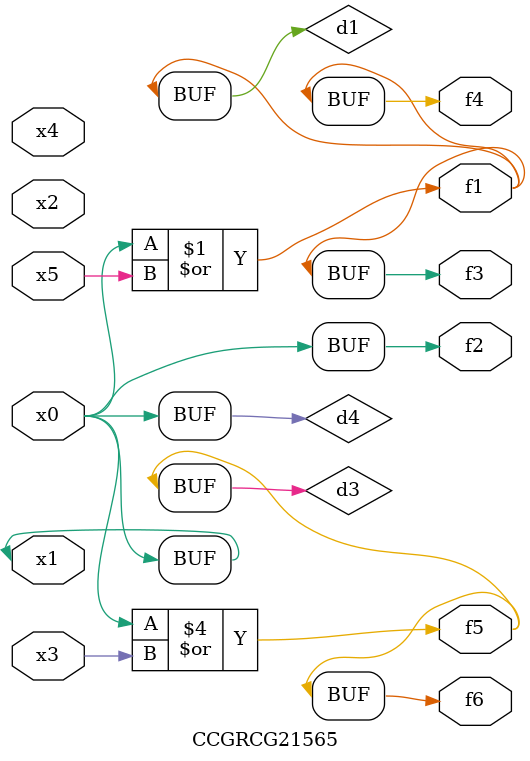
<source format=v>
module CCGRCG21565(
	input x0, x1, x2, x3, x4, x5,
	output f1, f2, f3, f4, f5, f6
);

	wire d1, d2, d3, d4;

	or (d1, x0, x5);
	xnor (d2, x1, x4);
	or (d3, x0, x3);
	buf (d4, x0, x1);
	assign f1 = d1;
	assign f2 = d4;
	assign f3 = d1;
	assign f4 = d1;
	assign f5 = d3;
	assign f6 = d3;
endmodule

</source>
